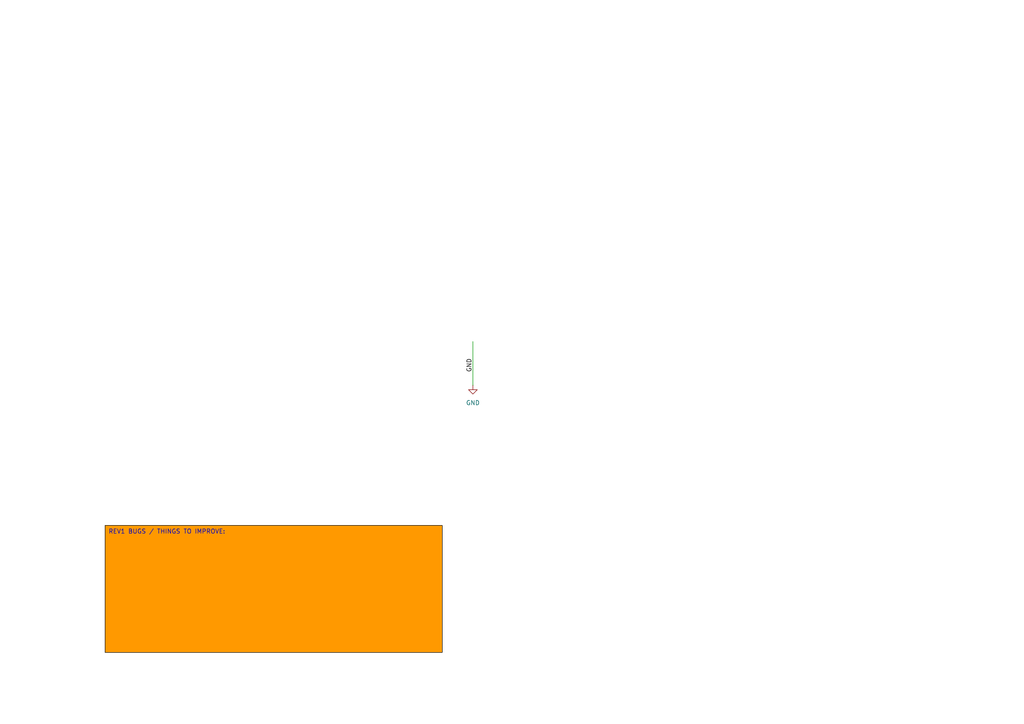
<source format=kicad_sch>
(kicad_sch (version 20250114) (generator "eeschema") (generator_version "9.0")
  (paper "A4")
  (title_block (date "2025-08-10") (rev "1"))
  (lib_symbols
    (symbol "power:GND" (power) (pin_numbers (hide yes)) (pin_names (offset 0) (hide yes))
      (property "Value" "GND" (at 0 -3.81 0))
      (symbol "GND_0_1"
        (polyline (pts (xy 0 0) (xy 0 -1.27) (xy 1.27 -1.27) (xy 0 -2.54) (xy -1.27 -1.27) (xy 0 -1.27)))
      )
      (symbol "GND_1_1"
        (pin power_in line (at 0 0 270) (length 0) (name "~") (number "1"))
      )
    )
  )
  (text_box "REV1 BUGS / THINGS TO IMPROVE:" (at 30.48 152.4 0) (size 97.79 36.83) (margins 0.9525 0.9525 0.9525 0.9525) (stroke (width 0) (color 0 0 0 1)) (fill (type color) (color 255 153 0 1)) (effects (font (size 1.27 1.27)) (justify left top)))
  (wire (pts (xy 137.16 99.06) (xy 137.16 111.76)))
  (label "GND" (at 137.16 107.95 90))
  (symbol (lib_id "power:GND") (at 137.16 111.76 0) (unit 1)
    (property "Reference" "#PWR01" (effects (hide yes)))
    (property "Value" "GND" (at 137.16 116.84 0))
    (property "Description" "Power symbol creates a global label with name \"GND\" , ground" (effects (hide yes)))
  )
)
</source>
